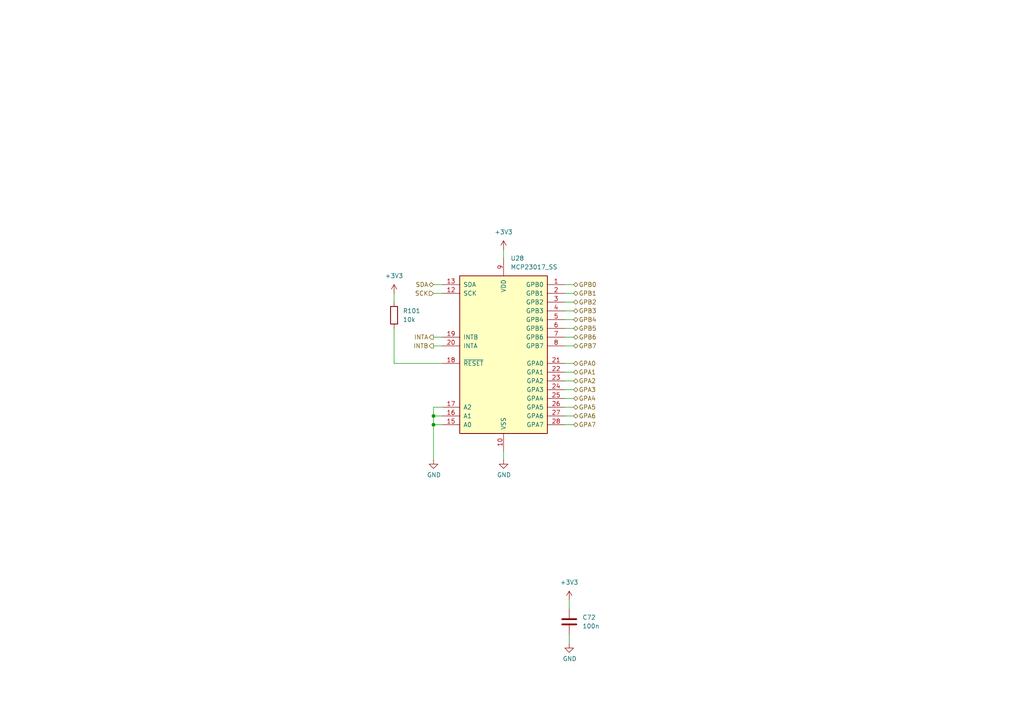
<source format=kicad_sch>
(kicad_sch (version 20211123) (generator eeschema)

  (uuid 7ccd62e4-27cc-4cda-aa97-fe713ade92e7)

  (paper "A4")

  (lib_symbols
    (symbol "Device:C" (pin_numbers hide) (pin_names (offset 0.254)) (in_bom yes) (on_board yes)
      (property "Reference" "C" (id 0) (at 0.635 2.54 0)
        (effects (font (size 1.27 1.27)) (justify left))
      )
      (property "Value" "C" (id 1) (at 0.635 -2.54 0)
        (effects (font (size 1.27 1.27)) (justify left))
      )
      (property "Footprint" "" (id 2) (at 0.9652 -3.81 0)
        (effects (font (size 1.27 1.27)) hide)
      )
      (property "Datasheet" "~" (id 3) (at 0 0 0)
        (effects (font (size 1.27 1.27)) hide)
      )
      (property "ki_keywords" "cap capacitor" (id 4) (at 0 0 0)
        (effects (font (size 1.27 1.27)) hide)
      )
      (property "ki_description" "Unpolarized capacitor" (id 5) (at 0 0 0)
        (effects (font (size 1.27 1.27)) hide)
      )
      (property "ki_fp_filters" "C_*" (id 6) (at 0 0 0)
        (effects (font (size 1.27 1.27)) hide)
      )
      (symbol "C_0_1"
        (polyline
          (pts
            (xy -2.032 -0.762)
            (xy 2.032 -0.762)
          )
          (stroke (width 0.508) (type default) (color 0 0 0 0))
          (fill (type none))
        )
        (polyline
          (pts
            (xy -2.032 0.762)
            (xy 2.032 0.762)
          )
          (stroke (width 0.508) (type default) (color 0 0 0 0))
          (fill (type none))
        )
      )
      (symbol "C_1_1"
        (pin passive line (at 0 3.81 270) (length 2.794)
          (name "~" (effects (font (size 1.27 1.27))))
          (number "1" (effects (font (size 1.27 1.27))))
        )
        (pin passive line (at 0 -3.81 90) (length 2.794)
          (name "~" (effects (font (size 1.27 1.27))))
          (number "2" (effects (font (size 1.27 1.27))))
        )
      )
    )
    (symbol "Device:R" (pin_numbers hide) (pin_names (offset 0)) (in_bom yes) (on_board yes)
      (property "Reference" "R" (id 0) (at 2.032 0 90)
        (effects (font (size 1.27 1.27)))
      )
      (property "Value" "R" (id 1) (at 0 0 90)
        (effects (font (size 1.27 1.27)))
      )
      (property "Footprint" "" (id 2) (at -1.778 0 90)
        (effects (font (size 1.27 1.27)) hide)
      )
      (property "Datasheet" "~" (id 3) (at 0 0 0)
        (effects (font (size 1.27 1.27)) hide)
      )
      (property "ki_keywords" "R res resistor" (id 4) (at 0 0 0)
        (effects (font (size 1.27 1.27)) hide)
      )
      (property "ki_description" "Resistor" (id 5) (at 0 0 0)
        (effects (font (size 1.27 1.27)) hide)
      )
      (property "ki_fp_filters" "R_*" (id 6) (at 0 0 0)
        (effects (font (size 1.27 1.27)) hide)
      )
      (symbol "R_0_1"
        (rectangle (start -1.016 -2.54) (end 1.016 2.54)
          (stroke (width 0.254) (type default) (color 0 0 0 0))
          (fill (type none))
        )
      )
      (symbol "R_1_1"
        (pin passive line (at 0 3.81 270) (length 1.27)
          (name "~" (effects (font (size 1.27 1.27))))
          (number "1" (effects (font (size 1.27 1.27))))
        )
        (pin passive line (at 0 -3.81 90) (length 1.27)
          (name "~" (effects (font (size 1.27 1.27))))
          (number "2" (effects (font (size 1.27 1.27))))
        )
      )
    )
    (symbol "Interface_Expansion:MCP23017_SS" (pin_names (offset 1.016)) (in_bom yes) (on_board yes)
      (property "Reference" "U" (id 0) (at -11.43 24.13 0)
        (effects (font (size 1.27 1.27)))
      )
      (property "Value" "MCP23017_SS" (id 1) (at 0 0 0)
        (effects (font (size 1.27 1.27)))
      )
      (property "Footprint" "Package_SO:SSOP-28_5.3x10.2mm_P0.65mm" (id 2) (at 5.08 -25.4 0)
        (effects (font (size 1.27 1.27)) (justify left) hide)
      )
      (property "Datasheet" "http://ww1.microchip.com/downloads/en/DeviceDoc/20001952C.pdf" (id 3) (at 5.08 -27.94 0)
        (effects (font (size 1.27 1.27)) (justify left) hide)
      )
      (property "ki_keywords" "I2C parallel port expander" (id 4) (at 0 0 0)
        (effects (font (size 1.27 1.27)) hide)
      )
      (property "ki_description" "16-bit I/O expander, I2C, interrupts, w pull-ups, SSOP-28" (id 5) (at 0 0 0)
        (effects (font (size 1.27 1.27)) hide)
      )
      (property "ki_fp_filters" "SSOP*5.3x10.2mm*P0.65mm*" (id 6) (at 0 0 0)
        (effects (font (size 1.27 1.27)) hide)
      )
      (symbol "MCP23017_SS_0_1"
        (rectangle (start -12.7 22.86) (end 12.7 -22.86)
          (stroke (width 0.254) (type default) (color 0 0 0 0))
          (fill (type background))
        )
      )
      (symbol "MCP23017_SS_1_1"
        (pin bidirectional line (at 17.78 20.32 180) (length 5.08)
          (name "GPB0" (effects (font (size 1.27 1.27))))
          (number "1" (effects (font (size 1.27 1.27))))
        )
        (pin power_in line (at 0 -27.94 90) (length 5.08)
          (name "VSS" (effects (font (size 1.27 1.27))))
          (number "10" (effects (font (size 1.27 1.27))))
        )
        (pin no_connect line (at -12.7 15.24 0) (length 5.08) hide
          (name "NC" (effects (font (size 1.27 1.27))))
          (number "11" (effects (font (size 1.27 1.27))))
        )
        (pin input line (at -17.78 17.78 0) (length 5.08)
          (name "SCK" (effects (font (size 1.27 1.27))))
          (number "12" (effects (font (size 1.27 1.27))))
        )
        (pin bidirectional line (at -17.78 20.32 0) (length 5.08)
          (name "SDA" (effects (font (size 1.27 1.27))))
          (number "13" (effects (font (size 1.27 1.27))))
        )
        (pin no_connect line (at -12.7 12.7 0) (length 5.08) hide
          (name "NC" (effects (font (size 1.27 1.27))))
          (number "14" (effects (font (size 1.27 1.27))))
        )
        (pin input line (at -17.78 -20.32 0) (length 5.08)
          (name "A0" (effects (font (size 1.27 1.27))))
          (number "15" (effects (font (size 1.27 1.27))))
        )
        (pin input line (at -17.78 -17.78 0) (length 5.08)
          (name "A1" (effects (font (size 1.27 1.27))))
          (number "16" (effects (font (size 1.27 1.27))))
        )
        (pin input line (at -17.78 -15.24 0) (length 5.08)
          (name "A2" (effects (font (size 1.27 1.27))))
          (number "17" (effects (font (size 1.27 1.27))))
        )
        (pin input line (at -17.78 -2.54 0) (length 5.08)
          (name "~{RESET}" (effects (font (size 1.27 1.27))))
          (number "18" (effects (font (size 1.27 1.27))))
        )
        (pin tri_state line (at -17.78 5.08 0) (length 5.08)
          (name "INTB" (effects (font (size 1.27 1.27))))
          (number "19" (effects (font (size 1.27 1.27))))
        )
        (pin bidirectional line (at 17.78 17.78 180) (length 5.08)
          (name "GPB1" (effects (font (size 1.27 1.27))))
          (number "2" (effects (font (size 1.27 1.27))))
        )
        (pin tri_state line (at -17.78 2.54 0) (length 5.08)
          (name "INTA" (effects (font (size 1.27 1.27))))
          (number "20" (effects (font (size 1.27 1.27))))
        )
        (pin bidirectional line (at 17.78 -2.54 180) (length 5.08)
          (name "GPA0" (effects (font (size 1.27 1.27))))
          (number "21" (effects (font (size 1.27 1.27))))
        )
        (pin bidirectional line (at 17.78 -5.08 180) (length 5.08)
          (name "GPA1" (effects (font (size 1.27 1.27))))
          (number "22" (effects (font (size 1.27 1.27))))
        )
        (pin bidirectional line (at 17.78 -7.62 180) (length 5.08)
          (name "GPA2" (effects (font (size 1.27 1.27))))
          (number "23" (effects (font (size 1.27 1.27))))
        )
        (pin bidirectional line (at 17.78 -10.16 180) (length 5.08)
          (name "GPA3" (effects (font (size 1.27 1.27))))
          (number "24" (effects (font (size 1.27 1.27))))
        )
        (pin bidirectional line (at 17.78 -12.7 180) (length 5.08)
          (name "GPA4" (effects (font (size 1.27 1.27))))
          (number "25" (effects (font (size 1.27 1.27))))
        )
        (pin bidirectional line (at 17.78 -15.24 180) (length 5.08)
          (name "GPA5" (effects (font (size 1.27 1.27))))
          (number "26" (effects (font (size 1.27 1.27))))
        )
        (pin bidirectional line (at 17.78 -17.78 180) (length 5.08)
          (name "GPA6" (effects (font (size 1.27 1.27))))
          (number "27" (effects (font (size 1.27 1.27))))
        )
        (pin bidirectional line (at 17.78 -20.32 180) (length 5.08)
          (name "GPA7" (effects (font (size 1.27 1.27))))
          (number "28" (effects (font (size 1.27 1.27))))
        )
        (pin bidirectional line (at 17.78 15.24 180) (length 5.08)
          (name "GPB2" (effects (font (size 1.27 1.27))))
          (number "3" (effects (font (size 1.27 1.27))))
        )
        (pin bidirectional line (at 17.78 12.7 180) (length 5.08)
          (name "GPB3" (effects (font (size 1.27 1.27))))
          (number "4" (effects (font (size 1.27 1.27))))
        )
        (pin bidirectional line (at 17.78 10.16 180) (length 5.08)
          (name "GPB4" (effects (font (size 1.27 1.27))))
          (number "5" (effects (font (size 1.27 1.27))))
        )
        (pin bidirectional line (at 17.78 7.62 180) (length 5.08)
          (name "GPB5" (effects (font (size 1.27 1.27))))
          (number "6" (effects (font (size 1.27 1.27))))
        )
        (pin bidirectional line (at 17.78 5.08 180) (length 5.08)
          (name "GPB6" (effects (font (size 1.27 1.27))))
          (number "7" (effects (font (size 1.27 1.27))))
        )
        (pin bidirectional line (at 17.78 2.54 180) (length 5.08)
          (name "GPB7" (effects (font (size 1.27 1.27))))
          (number "8" (effects (font (size 1.27 1.27))))
        )
        (pin power_in line (at 0 27.94 270) (length 5.08)
          (name "VDD" (effects (font (size 1.27 1.27))))
          (number "9" (effects (font (size 1.27 1.27))))
        )
      )
    )
    (symbol "power:+3V3" (power) (pin_names (offset 0)) (in_bom yes) (on_board yes)
      (property "Reference" "#PWR" (id 0) (at 0 -3.81 0)
        (effects (font (size 1.27 1.27)) hide)
      )
      (property "Value" "+3V3" (id 1) (at 0 3.556 0)
        (effects (font (size 1.27 1.27)))
      )
      (property "Footprint" "" (id 2) (at 0 0 0)
        (effects (font (size 1.27 1.27)) hide)
      )
      (property "Datasheet" "" (id 3) (at 0 0 0)
        (effects (font (size 1.27 1.27)) hide)
      )
      (property "ki_keywords" "power-flag" (id 4) (at 0 0 0)
        (effects (font (size 1.27 1.27)) hide)
      )
      (property "ki_description" "Power symbol creates a global label with name \"+3V3\"" (id 5) (at 0 0 0)
        (effects (font (size 1.27 1.27)) hide)
      )
      (symbol "+3V3_0_1"
        (polyline
          (pts
            (xy -0.762 1.27)
            (xy 0 2.54)
          )
          (stroke (width 0) (type default) (color 0 0 0 0))
          (fill (type none))
        )
        (polyline
          (pts
            (xy 0 0)
            (xy 0 2.54)
          )
          (stroke (width 0) (type default) (color 0 0 0 0))
          (fill (type none))
        )
        (polyline
          (pts
            (xy 0 2.54)
            (xy 0.762 1.27)
          )
          (stroke (width 0) (type default) (color 0 0 0 0))
          (fill (type none))
        )
      )
      (symbol "+3V3_1_1"
        (pin power_in line (at 0 0 90) (length 0) hide
          (name "+3V3" (effects (font (size 1.27 1.27))))
          (number "1" (effects (font (size 1.27 1.27))))
        )
      )
    )
    (symbol "power:GND" (power) (pin_names (offset 0)) (in_bom yes) (on_board yes)
      (property "Reference" "#PWR" (id 0) (at 0 -6.35 0)
        (effects (font (size 1.27 1.27)) hide)
      )
      (property "Value" "GND" (id 1) (at 0 -3.81 0)
        (effects (font (size 1.27 1.27)))
      )
      (property "Footprint" "" (id 2) (at 0 0 0)
        (effects (font (size 1.27 1.27)) hide)
      )
      (property "Datasheet" "" (id 3) (at 0 0 0)
        (effects (font (size 1.27 1.27)) hide)
      )
      (property "ki_keywords" "power-flag" (id 4) (at 0 0 0)
        (effects (font (size 1.27 1.27)) hide)
      )
      (property "ki_description" "Power symbol creates a global label with name \"GND\" , ground" (id 5) (at 0 0 0)
        (effects (font (size 1.27 1.27)) hide)
      )
      (symbol "GND_0_1"
        (polyline
          (pts
            (xy 0 0)
            (xy 0 -1.27)
            (xy 1.27 -1.27)
            (xy 0 -2.54)
            (xy -1.27 -1.27)
            (xy 0 -1.27)
          )
          (stroke (width 0) (type default) (color 0 0 0 0))
          (fill (type none))
        )
      )
      (symbol "GND_1_1"
        (pin power_in line (at 0 0 270) (length 0) hide
          (name "GND" (effects (font (size 1.27 1.27))))
          (number "1" (effects (font (size 1.27 1.27))))
        )
      )
    )
  )

  (junction (at 125.73 120.65) (diameter 0) (color 0 0 0 0)
    (uuid 0da2f1a5-34da-4806-a27b-7986bb00729d)
  )
  (junction (at 125.73 123.19) (diameter 0) (color 0 0 0 0)
    (uuid dd35ee89-daae-4325-95ab-dbe4d83e3e52)
  )

  (wire (pts (xy 125.73 100.33) (xy 128.27 100.33))
    (stroke (width 0) (type default) (color 0 0 0 0))
    (uuid 092bcf5d-51f5-4518-a779-12dd5af266da)
  )
  (wire (pts (xy 125.73 118.11) (xy 125.73 120.65))
    (stroke (width 0) (type default) (color 0 0 0 0))
    (uuid 0aa0136e-39ee-4e71-93ce-b7974ea2a7a2)
  )
  (wire (pts (xy 163.83 107.95) (xy 166.37 107.95))
    (stroke (width 0) (type default) (color 0 0 0 0))
    (uuid 3147efc0-3998-450e-a746-e0f788652ea2)
  )
  (wire (pts (xy 163.83 105.41) (xy 166.37 105.41))
    (stroke (width 0) (type default) (color 0 0 0 0))
    (uuid 360ee10c-c38b-4a1a-9dd1-884edc7da3cf)
  )
  (wire (pts (xy 128.27 120.65) (xy 125.73 120.65))
    (stroke (width 0) (type default) (color 0 0 0 0))
    (uuid 3dd7608a-fc7f-40c9-bce4-4a6eeb13634f)
  )
  (wire (pts (xy 125.73 97.79) (xy 128.27 97.79))
    (stroke (width 0) (type default) (color 0 0 0 0))
    (uuid 49a67c10-e635-44c1-b6db-3f34c8a6b93c)
  )
  (wire (pts (xy 163.83 118.11) (xy 166.37 118.11))
    (stroke (width 0) (type default) (color 0 0 0 0))
    (uuid 51f50483-3f85-479e-897f-10ffe3fb8125)
  )
  (wire (pts (xy 128.27 105.41) (xy 114.3 105.41))
    (stroke (width 0) (type default) (color 0 0 0 0))
    (uuid 57fb1adb-04ab-4115-9231-38d13496ff41)
  )
  (wire (pts (xy 125.73 120.65) (xy 125.73 123.19))
    (stroke (width 0) (type default) (color 0 0 0 0))
    (uuid 59d7f4cc-906c-4201-9d2c-6b53c6e9cfbc)
  )
  (wire (pts (xy 163.83 110.49) (xy 166.37 110.49))
    (stroke (width 0) (type default) (color 0 0 0 0))
    (uuid 5c72db08-48bd-443e-8ab9-9a2c28b80924)
  )
  (wire (pts (xy 163.83 85.09) (xy 166.37 85.09))
    (stroke (width 0) (type default) (color 0 0 0 0))
    (uuid 6a2e2644-5977-42f6-809a-1ad2af0782d1)
  )
  (wire (pts (xy 163.83 90.17) (xy 166.37 90.17))
    (stroke (width 0) (type default) (color 0 0 0 0))
    (uuid 73db2e38-a135-4d99-9ba3-de993740ca00)
  )
  (wire (pts (xy 128.27 118.11) (xy 125.73 118.11))
    (stroke (width 0) (type default) (color 0 0 0 0))
    (uuid 799eff67-dcad-4e27-ad79-6496a5184685)
  )
  (wire (pts (xy 165.1 173.99) (xy 165.1 176.53))
    (stroke (width 0) (type default) (color 0 0 0 0))
    (uuid 858003ae-2155-4eb5-b9ba-a9bf63e65543)
  )
  (wire (pts (xy 163.83 95.25) (xy 166.37 95.25))
    (stroke (width 0) (type default) (color 0 0 0 0))
    (uuid 8c008ee9-c87f-4828-9ffe-07de91088caf)
  )
  (wire (pts (xy 163.83 100.33) (xy 166.37 100.33))
    (stroke (width 0) (type default) (color 0 0 0 0))
    (uuid 8e23cf42-e640-4633-b0a3-5e3f861d3ef8)
  )
  (wire (pts (xy 163.83 87.63) (xy 166.37 87.63))
    (stroke (width 0) (type default) (color 0 0 0 0))
    (uuid 9501cec9-1f04-4db7-a9b4-2525ecb9e3cd)
  )
  (wire (pts (xy 114.3 85.09) (xy 114.3 87.63))
    (stroke (width 0) (type default) (color 0 0 0 0))
    (uuid 98fadf6a-8eba-4ba4-aa9a-f2f918b79f5f)
  )
  (wire (pts (xy 146.05 133.35) (xy 146.05 130.81))
    (stroke (width 0) (type default) (color 0 0 0 0))
    (uuid 9a2e7939-be83-4078-ace6-378bc3124e28)
  )
  (wire (pts (xy 125.73 123.19) (xy 125.73 133.35))
    (stroke (width 0) (type default) (color 0 0 0 0))
    (uuid a0c2803e-001b-4e68-b5a0-5b1b4520df7c)
  )
  (wire (pts (xy 146.05 72.39) (xy 146.05 74.93))
    (stroke (width 0) (type default) (color 0 0 0 0))
    (uuid b58d40b0-63e3-4712-96b5-6b174342efd3)
  )
  (wire (pts (xy 163.83 120.65) (xy 166.37 120.65))
    (stroke (width 0) (type default) (color 0 0 0 0))
    (uuid c013acf7-7cd6-4c0e-9be2-be77b7cb8848)
  )
  (wire (pts (xy 125.73 82.55) (xy 128.27 82.55))
    (stroke (width 0) (type default) (color 0 0 0 0))
    (uuid c4c67a6b-0ec3-47a5-a36f-639b8e6ffcb6)
  )
  (wire (pts (xy 163.83 97.79) (xy 166.37 97.79))
    (stroke (width 0) (type default) (color 0 0 0 0))
    (uuid cf972c0f-05a7-44aa-8d67-918eb6f6f81e)
  )
  (wire (pts (xy 163.83 82.55) (xy 166.37 82.55))
    (stroke (width 0) (type default) (color 0 0 0 0))
    (uuid d2763f1c-9cf2-45d0-98e6-f83e791bb450)
  )
  (wire (pts (xy 165.1 186.69) (xy 165.1 184.15))
    (stroke (width 0) (type default) (color 0 0 0 0))
    (uuid d2ae1718-f8c6-4b87-8cd5-76ec0b0469dc)
  )
  (wire (pts (xy 125.73 85.09) (xy 128.27 85.09))
    (stroke (width 0) (type default) (color 0 0 0 0))
    (uuid e5e59846-cf5e-4bcc-8b10-94915debf872)
  )
  (wire (pts (xy 114.3 105.41) (xy 114.3 95.25))
    (stroke (width 0) (type default) (color 0 0 0 0))
    (uuid eb72839f-1c9c-41ba-bd2c-1086edfe92a1)
  )
  (wire (pts (xy 128.27 123.19) (xy 125.73 123.19))
    (stroke (width 0) (type default) (color 0 0 0 0))
    (uuid f1135622-be14-4639-8822-231809c792b2)
  )
  (wire (pts (xy 163.83 123.19) (xy 166.37 123.19))
    (stroke (width 0) (type default) (color 0 0 0 0))
    (uuid f36c4bd3-88c2-4982-b831-ff079cb4dcb9)
  )
  (wire (pts (xy 163.83 115.57) (xy 166.37 115.57))
    (stroke (width 0) (type default) (color 0 0 0 0))
    (uuid f3bb2890-481f-41ba-8f85-9a3840c670ce)
  )
  (wire (pts (xy 163.83 113.03) (xy 166.37 113.03))
    (stroke (width 0) (type default) (color 0 0 0 0))
    (uuid f86e9d82-c938-44e9-adf2-4adfdf139168)
  )
  (wire (pts (xy 163.83 92.71) (xy 166.37 92.71))
    (stroke (width 0) (type default) (color 0 0 0 0))
    (uuid ffcc8fbd-444c-417d-bb55-a3fe4cd688d6)
  )

  (hierarchical_label "GPB7" (shape bidirectional) (at 166.37 100.33 0)
    (effects (font (size 1.27 1.27)) (justify left))
    (uuid 0ce41cae-ddf7-417e-91de-47a06e0af933)
  )
  (hierarchical_label "GPB5" (shape bidirectional) (at 166.37 95.25 0)
    (effects (font (size 1.27 1.27)) (justify left))
    (uuid 44cb048e-9701-4140-9744-4ed962927534)
  )
  (hierarchical_label "GPA1" (shape bidirectional) (at 166.37 107.95 0)
    (effects (font (size 1.27 1.27)) (justify left))
    (uuid 49c3b64c-e4ab-47a9-9620-c57eb29c56f5)
  )
  (hierarchical_label "GPB1" (shape bidirectional) (at 166.37 85.09 0)
    (effects (font (size 1.27 1.27)) (justify left))
    (uuid 66dfacc1-0771-42c4-804f-040f071c3b0c)
  )
  (hierarchical_label "GPB0" (shape bidirectional) (at 166.37 82.55 0)
    (effects (font (size 1.27 1.27)) (justify left))
    (uuid 74ea34de-c03f-4bc1-928e-0ad064191ca7)
  )
  (hierarchical_label "GPA2" (shape bidirectional) (at 166.37 110.49 0)
    (effects (font (size 1.27 1.27)) (justify left))
    (uuid 7da705de-4db2-45d6-bc53-7c1974e594f6)
  )
  (hierarchical_label "GPA7" (shape bidirectional) (at 166.37 123.19 0)
    (effects (font (size 1.27 1.27)) (justify left))
    (uuid 8985a1ce-9ce3-46fd-94fc-ed0953558fa2)
  )
  (hierarchical_label "GPA6" (shape bidirectional) (at 166.37 120.65 0)
    (effects (font (size 1.27 1.27)) (justify left))
    (uuid 8e7b8de6-180f-43f3-87d7-77fcecf622e0)
  )
  (hierarchical_label "GPB4" (shape bidirectional) (at 166.37 92.71 0)
    (effects (font (size 1.27 1.27)) (justify left))
    (uuid 941b19a2-ef00-470e-ab81-be97619ce8da)
  )
  (hierarchical_label "GPB6" (shape bidirectional) (at 166.37 97.79 0)
    (effects (font (size 1.27 1.27)) (justify left))
    (uuid a4c7322a-ae06-41c2-a555-d24efd3faad2)
  )
  (hierarchical_label "SCK" (shape input) (at 125.73 85.09 180)
    (effects (font (size 1.27 1.27)) (justify right))
    (uuid ac5a3e44-3b56-4ef9-823b-d5e9c8d4e9cf)
  )
  (hierarchical_label "GPA3" (shape bidirectional) (at 166.37 113.03 0)
    (effects (font (size 1.27 1.27)) (justify left))
    (uuid b7222f9b-96c8-4c8f-94f2-f6a9521f0296)
  )
  (hierarchical_label "GPB3" (shape bidirectional) (at 166.37 90.17 0)
    (effects (font (size 1.27 1.27)) (justify left))
    (uuid c273467e-6952-4e10-902f-a2fd9b548ac3)
  )
  (hierarchical_label "INTA" (shape output) (at 125.73 97.79 180)
    (effects (font (size 1.27 1.27)) (justify right))
    (uuid c9bbfdcf-8cc4-44b9-a1dd-6da313d4b4c1)
  )
  (hierarchical_label "GPA4" (shape bidirectional) (at 166.37 115.57 0)
    (effects (font (size 1.27 1.27)) (justify left))
    (uuid cff383ba-23b6-4a8b-9ea1-0d743ec548c0)
  )
  (hierarchical_label "INTB" (shape output) (at 125.73 100.33 180)
    (effects (font (size 1.27 1.27)) (justify right))
    (uuid d53b7c7f-3500-447f-ab05-213dc32804eb)
  )
  (hierarchical_label "GPA5" (shape bidirectional) (at 166.37 118.11 0)
    (effects (font (size 1.27 1.27)) (justify left))
    (uuid d68a2355-b027-4e08-9246-2d3d0b3747cc)
  )
  (hierarchical_label "GPA0" (shape bidirectional) (at 166.37 105.41 0)
    (effects (font (size 1.27 1.27)) (justify left))
    (uuid e6c88b95-6bbb-47ff-ada4-4e7c86fbb309)
  )
  (hierarchical_label "SDA" (shape bidirectional) (at 125.73 82.55 180)
    (effects (font (size 1.27 1.27)) (justify right))
    (uuid e7a55f93-bd84-4e33-84d8-a62c7a9afbb7)
  )
  (hierarchical_label "GPB2" (shape bidirectional) (at 166.37 87.63 0)
    (effects (font (size 1.27 1.27)) (justify left))
    (uuid eed0563b-6762-444c-9112-7d220b52543a)
  )

  (symbol (lib_id "power:+3V3") (at 114.3 85.09 0) (unit 1)
    (in_bom yes) (on_board yes) (fields_autoplaced)
    (uuid 0ccac1cb-fe28-40ed-a37c-48e65ba3246d)
    (property "Reference" "#PWR0278" (id 0) (at 114.3 88.9 0)
      (effects (font (size 1.27 1.27)) hide)
    )
    (property "Value" "+3V3" (id 1) (at 114.3 80.01 0))
    (property "Footprint" "" (id 2) (at 114.3 85.09 0)
      (effects (font (size 1.27 1.27)) hide)
    )
    (property "Datasheet" "" (id 3) (at 114.3 85.09 0)
      (effects (font (size 1.27 1.27)) hide)
    )
    (pin "1" (uuid 3e8a4f17-8691-4fba-9724-7e8047a7d9f5))
  )

  (symbol (lib_id "Interface_Expansion:MCP23017_SS") (at 146.05 102.87 0) (unit 1)
    (in_bom yes) (on_board yes) (fields_autoplaced)
    (uuid 1dace944-48c4-4d4d-9b4b-912eafb1a6e6)
    (property "Reference" "U28" (id 0) (at 148.0694 74.93 0)
      (effects (font (size 1.27 1.27)) (justify left))
    )
    (property "Value" "MCP23017_SS" (id 1) (at 148.0694 77.47 0)
      (effects (font (size 1.27 1.27)) (justify left))
    )
    (property "Footprint" "Package_SO:SSOP-28_5.3x10.2mm_P0.65mm" (id 2) (at 151.13 128.27 0)
      (effects (font (size 1.27 1.27)) (justify left) hide)
    )
    (property "Datasheet" "http://ww1.microchip.com/downloads/en/DeviceDoc/20001952C.pdf" (id 3) (at 151.13 130.81 0)
      (effects (font (size 1.27 1.27)) (justify left) hide)
    )
    (pin "1" (uuid 80eaa54a-08aa-4ee4-9c1d-c7fa611826a9))
    (pin "10" (uuid e80fcb98-83e9-4ae9-a6d0-0712665d7c36))
    (pin "11" (uuid e65f4d89-7d9c-4e73-9805-71d5cc6d8b3e))
    (pin "12" (uuid 0f5d7aef-6d71-4c87-9c16-9fdeb8df8b20))
    (pin "13" (uuid 2da806f6-4a99-4005-acde-04aa40988a5d))
    (pin "14" (uuid 4848973b-708a-402e-8c15-f5687c8721a6))
    (pin "15" (uuid dca3bada-f2f1-4618-86dc-5589c007241a))
    (pin "16" (uuid c060f483-af70-440f-b00a-c066b6640401))
    (pin "17" (uuid 09b639cf-fbfc-42fb-bc00-f5438ffc8b13))
    (pin "18" (uuid aa415302-843f-4fe1-97e7-31a69c0b1bd6))
    (pin "19" (uuid 5268d115-46b7-4102-9263-22112c7d543f))
    (pin "2" (uuid a7af4c7f-581b-40e4-9cd0-aca51308e3a0))
    (pin "20" (uuid 278010cf-35e0-490d-84e2-f8ca256614ee))
    (pin "21" (uuid d3eac904-908c-4c18-abdb-776f0ff9d5d8))
    (pin "22" (uuid 0aba3b90-b75d-4450-9aa2-ae93d5986671))
    (pin "23" (uuid 2a79d395-72b3-4556-8960-d814f1fe2ec7))
    (pin "24" (uuid b2b6d08d-15d6-4664-bf33-446f082e8248))
    (pin "25" (uuid 6ecdf4d1-e842-46ba-a700-60567ecbfd32))
    (pin "26" (uuid 204595e6-3ad2-4e1f-92c0-7191e3c34210))
    (pin "27" (uuid fe22f874-ecb9-4174-a96e-fb2c9fd1a861))
    (pin "28" (uuid e642fc5c-293f-499f-bc40-7dfd10a6281c))
    (pin "3" (uuid 46d580eb-19f1-4f4e-82e6-8e5c9a014557))
    (pin "4" (uuid 5a511fd4-5017-4324-817c-ae0f30a30dd9))
    (pin "5" (uuid eea7e73b-1806-4331-ab6d-ee761066a69a))
    (pin "6" (uuid 3faa15fb-4f81-43f1-a401-3c660f29d26f))
    (pin "7" (uuid b5267f21-e889-4d5f-ab82-812039ce5a4f))
    (pin "8" (uuid 5b95f9a8-3ef8-4d9a-b82b-29a6b551c0e5))
    (pin "9" (uuid 55b19c7b-4939-4bd6-b403-4682fb73dbf8))
  )

  (symbol (lib_id "power:GND") (at 125.73 133.35 0) (unit 1)
    (in_bom yes) (on_board yes)
    (uuid 3b032e5e-9eca-44a1-bdcb-8a1f80754daf)
    (property "Reference" "#PWR0279" (id 0) (at 125.73 139.7 0)
      (effects (font (size 1.27 1.27)) hide)
    )
    (property "Value" "GND" (id 1) (at 125.857 137.7442 0))
    (property "Footprint" "" (id 2) (at 125.73 133.35 0)
      (effects (font (size 1.27 1.27)) hide)
    )
    (property "Datasheet" "" (id 3) (at 125.73 133.35 0)
      (effects (font (size 1.27 1.27)) hide)
    )
    (pin "1" (uuid 3a040ff5-8f7b-44ed-87fc-18ea8b36e808))
  )

  (symbol (lib_id "Device:C") (at 165.1 180.34 0) (unit 1)
    (in_bom yes) (on_board yes) (fields_autoplaced)
    (uuid 4107f71d-bb1a-4837-9dd1-4102b3c01be0)
    (property "Reference" "C72" (id 0) (at 168.91 179.0699 0)
      (effects (font (size 1.27 1.27)) (justify left))
    )
    (property "Value" "100n" (id 1) (at 168.91 181.6099 0)
      (effects (font (size 1.27 1.27)) (justify left))
    )
    (property "Footprint" "Capacitor_SMD:C_0603_1608Metric" (id 2) (at 166.0652 184.15 0)
      (effects (font (size 1.27 1.27)) hide)
    )
    (property "Datasheet" "~" (id 3) (at 165.1 180.34 0)
      (effects (font (size 1.27 1.27)) hide)
    )
    (pin "1" (uuid 79369ba0-1676-41f5-99a3-0a45701b5b3e))
    (pin "2" (uuid 08e4948e-d9a4-42d2-833d-57e4c3d0aae8))
  )

  (symbol (lib_id "power:GND") (at 146.05 133.35 0) (unit 1)
    (in_bom yes) (on_board yes)
    (uuid b6724daf-1e92-4669-80fe-101c83ed085f)
    (property "Reference" "#PWR0280" (id 0) (at 146.05 139.7 0)
      (effects (font (size 1.27 1.27)) hide)
    )
    (property "Value" "GND" (id 1) (at 146.177 137.7442 0))
    (property "Footprint" "" (id 2) (at 146.05 133.35 0)
      (effects (font (size 1.27 1.27)) hide)
    )
    (property "Datasheet" "" (id 3) (at 146.05 133.35 0)
      (effects (font (size 1.27 1.27)) hide)
    )
    (pin "1" (uuid 44614379-431e-4fd0-82d5-ce1afc688c1b))
  )

  (symbol (lib_id "power:+3V3") (at 146.05 72.39 0) (unit 1)
    (in_bom yes) (on_board yes) (fields_autoplaced)
    (uuid cb2ede3a-d97d-4162-8472-e00fa99ceb05)
    (property "Reference" "#PWR0275" (id 0) (at 146.05 76.2 0)
      (effects (font (size 1.27 1.27)) hide)
    )
    (property "Value" "+3V3" (id 1) (at 146.05 67.31 0))
    (property "Footprint" "" (id 2) (at 146.05 72.39 0)
      (effects (font (size 1.27 1.27)) hide)
    )
    (property "Datasheet" "" (id 3) (at 146.05 72.39 0)
      (effects (font (size 1.27 1.27)) hide)
    )
    (pin "1" (uuid a2286fce-e8a1-4776-9f7e-ac0e13542c48))
  )

  (symbol (lib_id "power:+3V3") (at 165.1 173.99 0) (unit 1)
    (in_bom yes) (on_board yes) (fields_autoplaced)
    (uuid cfe2bb48-967b-4efe-9c1e-92eb2cfef39d)
    (property "Reference" "#PWR0281" (id 0) (at 165.1 177.8 0)
      (effects (font (size 1.27 1.27)) hide)
    )
    (property "Value" "+3V3" (id 1) (at 165.1 168.91 0))
    (property "Footprint" "" (id 2) (at 165.1 173.99 0)
      (effects (font (size 1.27 1.27)) hide)
    )
    (property "Datasheet" "" (id 3) (at 165.1 173.99 0)
      (effects (font (size 1.27 1.27)) hide)
    )
    (pin "1" (uuid c2b0300a-1199-416e-a740-01a8022febb4))
  )

  (symbol (lib_id "Device:R") (at 114.3 91.44 0) (unit 1)
    (in_bom yes) (on_board yes) (fields_autoplaced)
    (uuid d3132c09-4bcd-4f6b-9e42-338ce962a52d)
    (property "Reference" "R101" (id 0) (at 116.84 90.1699 0)
      (effects (font (size 1.27 1.27)) (justify left))
    )
    (property "Value" "10k" (id 1) (at 116.84 92.7099 0)
      (effects (font (size 1.27 1.27)) (justify left))
    )
    (property "Footprint" "Resistor_SMD:R_0603_1608Metric" (id 2) (at 112.522 91.44 90)
      (effects (font (size 1.27 1.27)) hide)
    )
    (property "Datasheet" "~" (id 3) (at 114.3 91.44 0)
      (effects (font (size 1.27 1.27)) hide)
    )
    (pin "1" (uuid dd83141c-b390-4367-bc47-0aa55ff32239))
    (pin "2" (uuid 9c275c3a-c3cc-4448-8211-9d3b0df25a27))
  )

  (symbol (lib_id "power:GND") (at 165.1 186.69 0) (unit 1)
    (in_bom yes) (on_board yes)
    (uuid ff44c05a-b265-4157-88a3-04e921cc3585)
    (property "Reference" "#PWR0282" (id 0) (at 165.1 193.04 0)
      (effects (font (size 1.27 1.27)) hide)
    )
    (property "Value" "GND" (id 1) (at 165.227 191.0842 0))
    (property "Footprint" "" (id 2) (at 165.1 186.69 0)
      (effects (font (size 1.27 1.27)) hide)
    )
    (property "Datasheet" "" (id 3) (at 165.1 186.69 0)
      (effects (font (size 1.27 1.27)) hide)
    )
    (pin "1" (uuid 8e6d12b2-d846-4df1-9a2f-3e2162a44597))
  )
)

</source>
